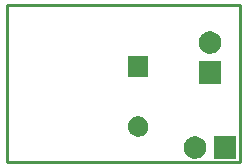
<source format=gbr>
G04 #@! TF.FileFunction,Soldermask,Bot*
%FSLAX46Y46*%
G04 Gerber Fmt 4.6, Leading zero omitted, Abs format (unit mm)*
G04 Created by KiCad (PCBNEW no-vcs-found-product) date 20.07.2015 (пн) 10,43,29 EEST*
%MOMM*%
G01*
G04 APERTURE LIST*
%ADD10C,0.100000*%
%ADD11C,0.254000*%
G04 APERTURE END LIST*
D10*
D11*
X38100000Y-15875000D02*
X18415000Y-15875000D01*
X18415000Y-29210000D02*
X18415000Y-15875000D01*
X38100000Y-29210000D02*
X18415000Y-29210000D01*
X38100000Y-15875000D02*
X38100000Y-29210000D01*
D10*
G36*
X30326000Y-21944000D02*
X28602000Y-21944000D01*
X28602000Y-20220000D01*
X30326000Y-20220000D01*
X30326000Y-21944000D01*
X30326000Y-21944000D01*
G37*
G36*
X30326037Y-26077477D02*
X30323341Y-26270560D01*
X30323265Y-26270893D01*
X30323265Y-26270905D01*
X30285891Y-26435406D01*
X30217133Y-26589839D01*
X30119690Y-26727974D01*
X29997266Y-26844556D01*
X29854539Y-26935134D01*
X29696931Y-26996267D01*
X29530454Y-27025620D01*
X29361444Y-27022081D01*
X29196336Y-26985779D01*
X29041431Y-26918103D01*
X28902613Y-26821622D01*
X28785184Y-26700020D01*
X28693612Y-26557928D01*
X28631381Y-26400752D01*
X28600864Y-26234476D01*
X28603225Y-26065447D01*
X28638371Y-25900097D01*
X28704967Y-25744718D01*
X28800473Y-25605235D01*
X28921254Y-25486957D01*
X29062705Y-25394394D01*
X29219444Y-25331067D01*
X29385493Y-25299392D01*
X29554539Y-25300572D01*
X29720136Y-25334564D01*
X29875971Y-25400072D01*
X30016119Y-25494602D01*
X30135237Y-25614555D01*
X30228788Y-25755359D01*
X30293203Y-25911645D01*
X30325971Y-26077133D01*
X30325970Y-26077142D01*
X30326037Y-26077477D01*
X30326037Y-26077477D01*
G37*
G36*
X35240841Y-27846769D02*
X35237867Y-28059743D01*
X35237790Y-28060081D01*
X35237790Y-28060085D01*
X35196558Y-28241575D01*
X35120718Y-28411913D01*
X35013236Y-28564278D01*
X35013234Y-28564279D01*
X34878204Y-28692866D01*
X34878201Y-28692870D01*
X34720770Y-28792778D01*
X34546926Y-28860209D01*
X34363300Y-28892586D01*
X34363297Y-28892585D01*
X34176879Y-28888682D01*
X33994765Y-28848640D01*
X33994761Y-28848640D01*
X33823902Y-28773994D01*
X33823898Y-28773991D01*
X33670782Y-28667573D01*
X33541256Y-28533444D01*
X33440251Y-28376715D01*
X33371609Y-28203347D01*
X33337948Y-28019943D01*
X33340552Y-27833501D01*
X33379318Y-27651117D01*
X33452774Y-27479734D01*
X33505448Y-27402806D01*
X33558120Y-27325880D01*
X33558121Y-27325878D01*
X33558122Y-27325878D01*
X33691343Y-27195417D01*
X33847366Y-27093318D01*
X34020251Y-27023469D01*
X34203406Y-26988530D01*
X34389866Y-26989832D01*
X34572521Y-27027326D01*
X34744411Y-27099581D01*
X34898996Y-27203851D01*
X34898998Y-27203852D01*
X35030385Y-27336159D01*
X35133569Y-27491465D01*
X35133569Y-27491466D01*
X35204625Y-27663857D01*
X35240774Y-27846425D01*
X35240773Y-27846430D01*
X35240841Y-27846769D01*
X35240841Y-27846769D01*
G37*
G36*
X36510800Y-22540800D02*
X34609200Y-22540800D01*
X34609200Y-20639200D01*
X36510800Y-20639200D01*
X36510800Y-22540800D01*
X36510800Y-22540800D01*
G37*
G36*
X36510841Y-18956769D02*
X36507867Y-19169743D01*
X36507790Y-19170081D01*
X36507790Y-19170085D01*
X36466558Y-19351575D01*
X36390718Y-19521913D01*
X36283236Y-19674278D01*
X36283234Y-19674279D01*
X36148204Y-19802866D01*
X36148201Y-19802870D01*
X35990770Y-19902778D01*
X35816926Y-19970209D01*
X35633300Y-20002586D01*
X35633297Y-20002585D01*
X35446879Y-19998682D01*
X35264765Y-19958640D01*
X35264761Y-19958640D01*
X35093902Y-19883994D01*
X35093898Y-19883991D01*
X34940782Y-19777573D01*
X34811256Y-19643444D01*
X34710251Y-19486715D01*
X34641609Y-19313347D01*
X34607948Y-19129943D01*
X34610552Y-18943501D01*
X34649318Y-18761117D01*
X34722774Y-18589734D01*
X34775448Y-18512806D01*
X34828120Y-18435880D01*
X34828121Y-18435878D01*
X34828122Y-18435878D01*
X34961343Y-18305417D01*
X35117366Y-18203318D01*
X35290251Y-18133469D01*
X35473406Y-18098530D01*
X35659866Y-18099832D01*
X35842521Y-18137326D01*
X36014411Y-18209581D01*
X36168996Y-18313851D01*
X36168998Y-18313852D01*
X36300385Y-18446159D01*
X36403569Y-18601465D01*
X36403569Y-18601466D01*
X36474625Y-18773857D01*
X36510774Y-18956425D01*
X36510773Y-18956430D01*
X36510841Y-18956769D01*
X36510841Y-18956769D01*
G37*
G36*
X37780800Y-28890800D02*
X35879200Y-28890800D01*
X35879200Y-26989200D01*
X37780800Y-26989200D01*
X37780800Y-28890800D01*
X37780800Y-28890800D01*
G37*
M02*

</source>
